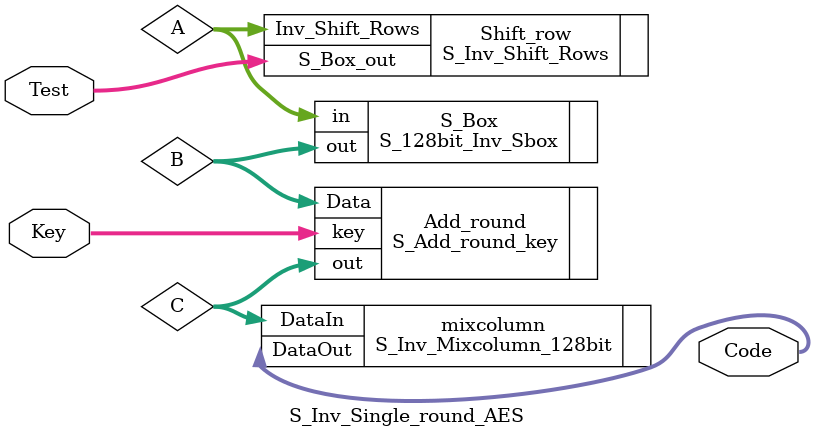
<source format=v>
module S_Inv_Single_round_AES(Test,Key,Code);
  input [127:0] Test,Key;
  output [127:0] Code;
  wire [127:0] A,B,C;

S_Inv_Shift_Rows Shift_row (
    .S_Box_out(Test), 
    .Inv_Shift_Rows(A)
    );
  
S_128bit_Inv_Sbox S_Box (
    .in(A), 
    .out(B)
    );

S_Add_round_key Add_round (
    .Data(B), 
    .key(Key), 
    .out(C)
    );

S_Inv_Mixcolumn_128bit mixcolumn (
    .DataIn(C), 
    .DataOut(Code)
    );


endmodule


</source>
